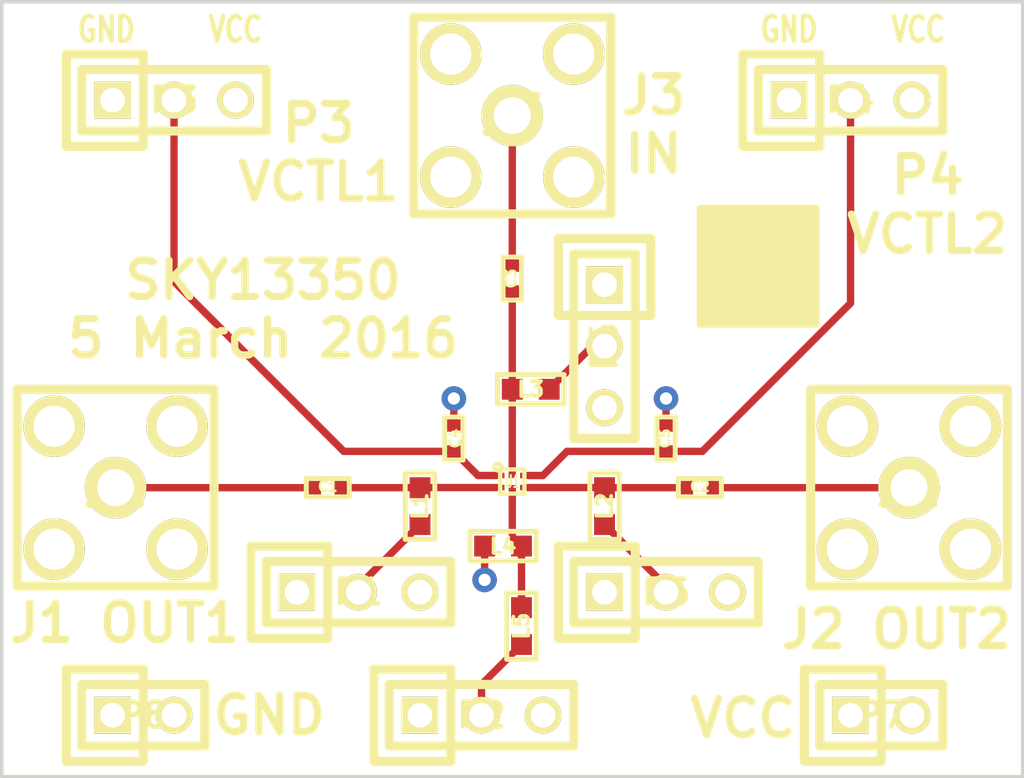
<source format=kicad_pcb>
(kicad_pcb (version 20221018) (generator pcbnew)
  (layers (0 "F.Cu" signal "C1F.Cu") (1 "In1.Cu" signal "C2.Cu") (2 "In2.Cu" signal "C3.Cu") (31 "B.Cu" signal "C4B.Cu") (34 "B.Paste" user) (35 "F.Paste" user) (36 "B.SilkS" user "B.Silkscreen") (37 "F.SilkS" user "F.Silkscreen") (38 "B.Mask" user) (39 "F.Mask" user) (44 "Edge.Cuts" user))
  (net 0 "")
  (net 1 "Net-(C1-Pad2)")
  (net 2 "Net-(C1-Pad1)")
  (net 3 "Net-(C2-Pad2)")
  (net 4 "Net-(C2-Pad1)")
  (net 5 "Net-(C3-Pad2)")
  (net 6 "Net-(C3-Pad1)")
  (net 7 "GND")
  (net 8 "VCC")
  (net 9 "Net-(C4-Pad1)")
  (net 10 "Net-(C5-Pad2)")
  (net 11 "Net-(L1-Pad1)")
  (net 12 "Net-(L5-Pad1)")
  (net 13 "Net-(L2-Pad1)")
  (net 14 "Net-(L3-Pad1)")
  (net 15 "Net-(L4-Pad2)")
  (footprint "gsg-modules:0402" (layer "F.Cu") (at 144.78 101.854 180)
    (fp_text reference "C1" (at 0 0.0508 180) (layer "F.SilkS") (effects (font (size 0.4064 0.4064) (thickness 0.1016))))
    (fp_text value "100nF" hide)
    (fp_line (start -0.889 -0.381) (end 0.889 -0.381) (stroke (width 0.2032)) (layer "F.SilkS"))
    (fp_line (start -0.889 0.381) (end -0.889 -0.381) (stroke (width 0.2032)) (layer "F.SilkS"))
    (fp_line (start 0.889 -0.381) (end 0.889 0.381) (stroke (width 0.2032)) (layer "F.SilkS"))
    (fp_line (start 0.889 0.381) (end -0.889 0.381) (stroke (width 0.2032)) (layer "F.SilkS"))
    (pad "1" smd rect (at -0.5334 0 180) (size 0.508 0.5588) (layers "F.Cu" "F.Paste" "F.Mask") (net 2 "Net-(C1-Pad1)"))
    (pad "2" smd rect (at 0.5334 0 180) (size 0.508 0.5588) (layers "F.Cu" "F.Paste" "F.Mask") (net 1 "Net-(C1-Pad2)"))
  )
  (footprint "gsg-modules:0402" (layer "F.Cu") (at 160.147 101.854 180)
    (fp_text reference "C2" (at 0 0.0508 180) (layer "F.SilkS") (effects (font (size 0.4064 0.4064) (thickness 0.1016))))
    (fp_text value "100nF" hide)
    (fp_line (start -0.889 -0.381) (end 0.889 -0.381) (stroke (width 0.2032)) (layer "F.SilkS"))
    (fp_line (start -0.889 0.381) (end -0.889 -0.381) (stroke (width 0.2032)) (layer "F.SilkS"))
    (fp_line (start 0.889 -0.381) (end 0.889 0.381) (stroke (width 0.2032)) (layer "F.SilkS"))
    (fp_line (start 0.889 0.381) (end -0.889 0.381) (stroke (width 0.2032)) (layer "F.SilkS"))
    (pad "1" smd rect (at -0.5334 0 180) (size 0.508 0.5588) (layers "F.Cu" "F.Paste" "F.Mask") (net 4 "Net-(C2-Pad1)"))
    (pad "2" smd rect (at 0.5334 0 180) (size 0.508 0.5588) (layers "F.Cu" "F.Paste" "F.Mask") (net 3 "Net-(C2-Pad2)"))
  )
  (footprint "gsg-modules:0402" (layer "F.Cu") (at 152.4 93.218 -90)
    (fp_text reference "C3" (at 0 0.0508 270) (layer "F.SilkS") (effects (font (size 0.4064 0.4064) (thickness 0.1016))))
    (fp_text value "100nF" hide)
    (fp_line (start -0.889 -0.381) (end 0.889 -0.381) (stroke (width 0.2032)) (layer "F.SilkS"))
    (fp_line (start -0.889 0.381) (end -0.889 -0.381) (stroke (width 0.2032)) (layer "F.SilkS"))
    (fp_line (start 0.889 -0.381) (end 0.889 0.381) (stroke (width 0.2032)) (layer "F.SilkS"))
    (fp_line (start 0.889 0.381) (end -0.889 0.381) (stroke (width 0.2032)) (layer "F.SilkS"))
    (pad "1" smd rect (at -0.5334 0 270) (size 0.508 0.5588) (layers "F.Cu" "F.Paste" "F.Mask") (net 6 "Net-(C3-Pad1)"))
    (pad "2" smd rect (at 0.5334 0 270) (size 0.508 0.5588) (layers "F.Cu" "F.Paste" "F.Mask") (net 5 "Net-(C3-Pad2)"))
  )
  (footprint "gsg-modules:SMA-VERTICAL" (layer "F.Cu") (at 136.017 101.854)
    (fp_text reference "J1" (at 0 0) (layer "F.SilkS") (effects (font (size 1.524 1.524) (thickness 0.3048))))
    (fp_text value "SMA" hide)
    (fp_line (start -4.064 -4.064) (end -4.064 4.064) (stroke (width 0.381)) (layer "F.SilkS"))
    (fp_line (start -4.064 4.064) (end 4.064 4.064) (stroke (width 0.381)) (layer "F.SilkS"))
    (fp_line (start 4.064 -4.064) (end -4.064 -4.064) (stroke (width 0.381)) (layer "F.SilkS"))
    (fp_line (start 4.064 4.064) (end 4.064 -4.064) (stroke (width 0.381)) (layer "F.SilkS"))
    (pad "1" thru_hole circle (at 0 0) (size 2.54 2.54) (drill 1.524) (layers "*.Cu" "*.Mask" "F.SilkS") (net 1 "Net-(C1-Pad2)"))
    (pad "2" thru_hole circle (at -2.54 -2.54) (size 2.54 2.54) (drill 1.7018) (layers "*.Cu" "*.Mask" "F.SilkS") (net 7 "GND"))
    (pad "2" thru_hole circle (at -2.54 2.54) (size 2.54 2.54) (drill 1.7018) (layers "*.Cu" "*.Mask" "F.SilkS") (net 7 "GND"))
    (pad "2" thru_hole circle (at 2.54 -2.54) (size 2.54 2.54) (drill 1.7018) (layers "*.Cu" "*.Mask" "F.SilkS") (net 7 "GND"))
    (pad "2" thru_hole circle (at 2.54 2.54) (size 2.54 2.54) (drill 1.7018) (layers "*.Cu" "*.Mask" "F.SilkS") (net 7 "GND"))
  )
  (footprint "gsg-modules:SMA-VERTICAL" (layer "F.Cu") (at 168.783 101.854)
    (fp_text reference "J2" (at 0 0) (layer "F.SilkS") (effects (font (size 1.524 1.524) (thickness 0.3048))))
    (fp_text value "SMA" hide)
    (fp_line (start -4.064 -4.064) (end -4.064 4.064) (stroke (width 0.381)) (layer "F.SilkS"))
    (fp_line (start -4.064 4.064) (end 4.064 4.064) (stroke (width 0.381)) (layer "F.SilkS"))
    (fp_line (start 4.064 -4.064) (end -4.064 -4.064) (stroke (width 0.381)) (layer "F.SilkS"))
    (fp_line (start 4.064 4.064) (end 4.064 -4.064) (stroke (width 0.381)) (layer "F.SilkS"))
    (pad "1" thru_hole circle (at 0 0) (size 2.54 2.54) (drill 1.524) (layers "*.Cu" "*.Mask" "F.SilkS") (net 4 "Net-(C2-Pad1)"))
    (pad "2" thru_hole circle (at -2.54 -2.54) (size 2.54 2.54) (drill 1.7018) (layers "*.Cu" "*.Mask" "F.SilkS") (net 7 "GND"))
    (pad "2" thru_hole circle (at -2.54 2.54) (size 2.54 2.54) (drill 1.7018) (layers "*.Cu" "*.Mask" "F.SilkS") (net 7 "GND"))
    (pad "2" thru_hole circle (at 2.54 -2.54) (size 2.54 2.54) (drill 1.7018) (layers "*.Cu" "*.Mask" "F.SilkS") (net 7 "GND"))
    (pad "2" thru_hole circle (at 2.54 2.54) (size 2.54 2.54) (drill 1.7018) (layers "*.Cu" "*.Mask" "F.SilkS") (net 7 "GND"))
  )
  (footprint "gsg-modules:SMA-VERTICAL" (layer "F.Cu") (at 152.4 86.487)
    (fp_text reference "J3" (at 0 0) (layer "F.SilkS") (effects (font (size 1.524 1.524) (thickness 0.3048))))
    (fp_text value "SMA" hide)
    (fp_line (start -4.064 -4.064) (end -4.064 4.064) (stroke (width 0.381)) (layer "F.SilkS"))
    (fp_line (start -4.064 4.064) (end 4.064 4.064) (stroke (width 0.381)) (layer "F.SilkS"))
    (fp_line (start 4.064 -4.064) (end -4.064 -4.064) (stroke (width 0.381)) (layer "F.SilkS"))
    (fp_line (start 4.064 4.064) (end 4.064 -4.064) (stroke (width 0.381)) (layer "F.SilkS"))
    (pad "1" thru_hole circle (at 0 0) (size 2.54 2.54) (drill 1.524) (layers "*.Cu" "*.Mask" "F.SilkS") (net 6 "Net-(C3-Pad1)"))
    (pad "2" thru_hole circle (at -2.54 -2.54) (size 2.54 2.54) (drill 1.7018) (layers "*.Cu" "*.Mask" "F.SilkS") (net 7 "GND"))
    (pad "2" thru_hole circle (at -2.54 2.54) (size 2.54 2.54) (drill 1.7018) (layers "*.Cu" "*.Mask" "F.SilkS") (net 7 "GND"))
    (pad "2" thru_hole circle (at 2.54 -2.54) (size 2.54 2.54) (drill 1.7018) (layers "*.Cu" "*.Mask" "F.SilkS") (net 7 "GND"))
    (pad "2" thru_hole circle (at 2.54 2.54) (size 2.54 2.54) (drill 1.7018) (layers "*.Cu" "*.Mask" "F.SilkS") (net 7 "GND"))
  )
  (footprint "gsg-modules:HEADER-1x3" (layer "F.Cu") (at 146.05 106.172)
    (fp_text reference "P1" (at 0 0) (layer "F.SilkS") (effects (font (size 1.016 1.016) (thickness 0.2032))))
    (fp_text value "CONN_01X03" hide)
    (fp_line (start -4.445 -1.905) (end -4.445 1.905) (stroke (width 0.381)) (layer "F.SilkS"))
    (fp_line (start -4.445 1.905) (end -1.27 1.905) (stroke (width 0.381)) (layer "F.SilkS"))
    (fp_line (start -3.81 -1.27) (end -3.81 1.27) (stroke (width 0.381)) (layer "F.SilkS"))
    (fp_line (start -3.81 -1.27) (end 3.81 -1.27) (stroke (width 0.381)) (layer "F.SilkS"))
    (fp_line (start -1.27 -1.905) (end -4.445 -1.905) (stroke (width 0.381)) (layer "F.SilkS"))
    (fp_line (start -1.27 1.905) (end -1.27 -1.905) (stroke (width 0.381)) (layer "F.SilkS"))
    (fp_line (start 3.81 -1.27) (end 3.81 1.27) (stroke (width 0.381)) (layer "F.SilkS"))
    (fp_line (start 3.81 1.27) (end -3.81 1.27) (stroke (width 0.381)) (layer "F.SilkS"))
    (pad "1" thru_hole rect (at -2.54 0) (size 1.524 1.524) (drill 1.016) (layers "*.Cu" "*.Mask" "F.SilkS") (net 7 "GND"))
    (pad "2" thru_hole circle (at 0 0) (size 1.524 1.524) (drill 1.016) (layers "*.Cu" "*.Mask" "F.SilkS") (net 11 "Net-(L1-Pad1)"))
    (pad "3" thru_hole circle (at 2.54 0) (size 1.524 1.524) (drill 1.016) (layers "*.Cu" "*.Mask" "F.SilkS") (net 8 "VCC"))
  )
  (footprint "gsg-modules:HEADER-1x3" (layer "F.Cu") (at 151.13 111.252)
    (fp_text reference "P2" (at 0 0) (layer "F.SilkS") (effects (font (size 1.016 1.016) (thickness 0.2032))))
    (fp_text value "CONN_01X03" hide)
    (fp_line (start -4.445 -1.905) (end -4.445 1.905) (stroke (width 0.381)) (layer "F.SilkS"))
    (fp_line (start -4.445 1.905) (end -1.27 1.905) (stroke (width 0.381)) (layer "F.SilkS"))
    (fp_line (start -3.81 -1.27) (end -3.81 1.27) (stroke (width 0.381)) (layer "F.SilkS"))
    (fp_line (start -3.81 -1.27) (end 3.81 -1.27) (stroke (width 0.381)) (layer "F.SilkS"))
    (fp_line (start -1.27 -1.905) (end -4.445 -1.905) (stroke (width 0.381)) (layer "F.SilkS"))
    (fp_line (start -1.27 1.905) (end -1.27 -1.905) (stroke (width 0.381)) (layer "F.SilkS"))
    (fp_line (start 3.81 -1.27) (end 3.81 1.27) (stroke (width 0.381)) (layer "F.SilkS"))
    (fp_line (start 3.81 1.27) (end -3.81 1.27) (stroke (width 0.381)) (layer "F.SilkS"))
    (pad "1" thru_hole rect (at -2.54 0) (size 1.524 1.524) (drill 1.016) (layers "*.Cu" "*.Mask" "F.SilkS") (net 7 "GND"))
    (pad "2" thru_hole circle (at 0 0) (size 1.524 1.524) (drill 1.016) (layers "*.Cu" "*.Mask" "F.SilkS") (net 12 "Net-(L5-Pad1)"))
    (pad "3" thru_hole circle (at 2.54 0) (size 1.524 1.524) (drill 1.016) (layers "*.Cu" "*.Mask" "F.SilkS") (net 8 "VCC"))
  )
  (footprint "gsg-modules:HEADER-1x3" (layer "F.Cu") (at 138.43 85.852)
    (fp_text reference "P3" (at 0 0) (layer "F.SilkS") (effects (font (size 1.016 1.016) (thickness 0.2032))))
    (fp_text value "CONN_01X03" hide)
    (fp_line (start -4.445 -1.905) (end -4.445 1.905) (stroke (width 0.381)) (layer "F.SilkS"))
    (fp_line (start -4.445 1.905) (end -1.27 1.905) (stroke (width 0.381)) (layer "F.SilkS"))
    (fp_line (start -3.81 -1.27) (end -3.81 1.27) (stroke (width 0.381)) (layer "F.SilkS"))
    (fp_line (start -3.81 -1.27) (end 3.81 -1.27) (stroke (width 0.381)) (layer "F.SilkS"))
    (fp_line (start -1.27 -1.905) (end -4.445 -1.905) (stroke (width 0.381)) (layer "F.SilkS"))
    (fp_line (start -1.27 1.905) (end -1.27 -1.905) (stroke (width 0.381)) (layer "F.SilkS"))
    (fp_line (start 3.81 -1.27) (end 3.81 1.27) (stroke (width 0.381)) (layer "F.SilkS"))
    (fp_line (start 3.81 1.27) (end -3.81 1.27) (stroke (width 0.381)) (layer "F.SilkS"))
    (pad "1" thru_hole rect (at -2.54 0) (size 1.524 1.524) (drill 1.016) (layers "*.Cu" "*.Mask" "F.SilkS") (net 7 "GND"))
    (pad "2" thru_hole circle (at 0 0) (size 1.524 1.524) (drill 1.016) (layers "*.Cu" "*.Mask" "F.SilkS") (net 9 "Net-(C4-Pad1)"))
    (pad "3" thru_hole circle (at 2.54 0) (size 1.524 1.524) (drill 1.016) (layers "*.Cu" "*.Mask" "F.SilkS") (net 8 "VCC"))
  )
  (footprint "gsg-modules:HEADER-1x3" (layer "F.Cu") (at 166.37 85.852)
    (fp_text reference "P4" (at 0 0) (layer "F.SilkS") (effects (font (size 1.016 1.016) (thickness 0.2032))))
    (fp_text value "CONN_01X03" hide)
    (fp_line (start -4.445 -1.905) (end -4.445 1.905) (stroke (width 0.381)) (layer "F.SilkS"))
    (fp_line (start -4.445 1.905) (end -1.27 1.905) (stroke (width 0.381)) (layer "F.SilkS"))
    (fp_line (start -3.81 -1.27) (end -3.81 1.27) (stroke (width 0.381)) (layer "F.SilkS"))
    (fp_line (start -3.81 -1.27) (end 3.81 -1.27) (stroke (width 0.381)) (layer "F.SilkS"))
    (fp_line (start -1.27 -1.905) (end -4.445 -1.905) (stroke (width 0.381)) (layer "F.SilkS"))
    (fp_line (start -1.27 1.905) (end -1.27 -1.905) (stroke (width 0.381)) (layer "F.SilkS"))
    (fp_line (start 3.81 -1.27) (end 3.81 1.27) (stroke (width 0.381)) (layer "F.SilkS"))
    (fp_line (start 3.81 1.27) (end -3.81 1.27) (stroke (width 0.381)) (layer "F.SilkS"))
    (pad "1" thru_hole rect (at -2.54 0) (size 1.524 1.524) (drill 1.016) (layers "*.Cu" "*.Mask" "F.SilkS") (net 7 "GND"))
    (pad "2" thru_hole circle (at 0 0) (size 1.524 1.524) (drill 1.016) (layers "*.Cu" "*.Mask" "F.SilkS") (net 10 "Net-(C5-Pad2)"))
    (pad "3" thru_hole circle (at 2.54 0) (size 1.524 1.524) (drill 1.016) (layers "*.Cu" "*.Mask" "F.SilkS") (net 8 "VCC"))
  )
  (footprint "gsg-modules:HEADER-1x3" (layer "F.Cu") (at 158.75 106.172)
    (fp_text reference "P5" (at 0 0) (layer "F.SilkS") (effects (font (size 1.016 1.016) (thickness 0.2032))))
    (fp_text value "CONN_01X03" hide)
    (fp_line (start -4.445 -1.905) (end -4.445 1.905) (stroke (width 0.381)) (layer "F.SilkS"))
    (fp_line (start -4.445 1.905) (end -1.27 1.905) (stroke (width 0.381)) (layer "F.SilkS"))
    (fp_line (start -3.81 -1.27) (end -3.81 1.27) (stroke (width 0.381)) (layer "F.SilkS"))
    (fp_line (start -3.81 -1.27) (end 3.81 -1.27) (stroke (width 0.381)) (layer "F.SilkS"))
    (fp_line (start -1.27 -1.905) (end -4.445 -1.905) (stroke (width 0.381)) (layer "F.SilkS"))
    (fp_line (start -1.27 1.905) (end -1.27 -1.905) (stroke (width 0.381)) (layer "F.SilkS"))
    (fp_line (start 3.81 -1.27) (end 3.81 1.27) (stroke (width 0.381)) (layer "F.SilkS"))
    (fp_line (start 3.81 1.27) (end -3.81 1.27) (stroke (width 0.381)) (layer "F.SilkS"))
    (pad "1" thru_hole rect (at -2.54 0) (size 1.524 1.524) (drill 1.016) (layers "*.Cu" "*.Mask" "F.SilkS") (net 7 "GND"))
    (pad "2" thru_hole circle (at 0 0) (size 1.524 1.524) (drill 1.016) (layers "*.Cu" "*.Mask" "F.SilkS") (net 13 "Net-(L2-Pad1)"))
    (pad "3" thru_hole circle (at 2.54 0) (size 1.524 1.524) (drill 1.016) (layers "*.Cu" "*.Mask" "F.SilkS") (net 8 "VCC"))
  )
  (footprint "gsg-modules:HEADER-1x3" (layer "F.Cu") (at 156.21 96.012 -90)
    (fp_text reference "P6" (at 0 0 270) (layer "F.SilkS") (effects (font (size 1.016 1.016) (thickness 0.2032))))
    (fp_text value "CONN_01X03" hide)
    (fp_line (start -4.445 -1.905) (end -4.445 1.905) (stroke (width 0.381)) (layer "F.SilkS"))
    (fp_line (start -4.445 1.905) (end -1.27 1.905) (stroke (width 0.381)) (layer "F.SilkS"))
    (fp_line (start -3.81 -1.27) (end -3.81 1.27) (stroke (width 0.381)) (layer "F.SilkS"))
    (fp_line (start -3.81 -1.27) (end 3.81 -1.27) (stroke (width 0.381)) (layer "F.SilkS"))
    (fp_line (start -1.27 -1.905) (end -4.445 -1.905) (stroke (width 0.381)) (layer "F.SilkS"))
    (fp_line (start -1.27 1.905) (end -1.27 -1.905) (stroke (width 0.381)) (layer "F.SilkS"))
    (fp_line (start 3.81 -1.27) (end 3.81 1.27) (stroke (width 0.381)) (layer "F.SilkS"))
    (fp_line (start 3.81 1.27) (end -3.81 1.27) (stroke (width 0.381)) (layer "F.SilkS"))
    (pad "1" thru_hole rect (at -2.54 0 270) (size 1.524 1.524) (drill 1.016) (layers "*.Cu" "*.Mask" "F.SilkS") (net 7 "GND"))
    (pad "2" thru_hole circle (at 0 0 270) (size 1.524 1.524) (drill 1.016) (layers "*.Cu" "*.Mask" "F.SilkS") (net 14 "Net-(L3-Pad1)"))
    (pad "3" thru_hole circle (at 2.54 0 270) (size 1.524 1.524) (drill 1.016) (layers "*.Cu" "*.Mask" "F.SilkS") (net 8 "VCC"))
  )
  (footprint "gsg-modules:HEADER-1x2" (layer "F.Cu") (at 167.64 111.252)
    (fp_text reference "P7" (at 0 0) (layer "F.SilkS") (effects (font (size 1.016 1.016) (thickness 0.2032))))
    (fp_text value "CONN_01X02" hide)
    (fp_line (start -3.175 -1.905) (end -3.175 1.905) (stroke (width 0.381)) (layer "F.SilkS"))
    (fp_line (start -3.175 1.905) (end 0 1.905) (stroke (width 0.381)) (layer "F.SilkS"))
    (fp_line (start -2.54 -1.27) (end -2.54 1.27) (stroke (width 0.381)) (layer "F.SilkS"))
    (fp_line (start -2.54 -1.27) (end 2.54 -1.27) (stroke (width 0.381)) (layer "F.SilkS"))
    (fp_line (start 0 -1.905) (end -3.175 -1.905) (stroke (width 0.381)) (layer "F.SilkS"))
    (fp_line (start 0 1.905) (end 0 -1.905) (stroke (width 0.381)) (layer "F.SilkS"))
    (fp_line (start 2.54 -1.27) (end 2.54 1.27) (stroke (width 0.381)) (layer "F.SilkS"))
    (fp_line (start 2.54 1.27) (end -2.54 1.27) (stroke (width 0.381)) (layer "F.SilkS"))
    (pad "1" thru_hole rect (at -1.27 0) (size 1.524 1.524) (drill 1.016) (layers "*.Cu" "*.Mask" "F.SilkS") (net 8 "VCC"))
    (pad "2" thru_hole circle (at 1.27 0) (size 1.524 1.524) (drill 1.016) (layers "*.Cu" "*.Mask" "F.SilkS") (net 8 "VCC"))
  )
  (footprint "gsg-modules:HEADER-1x2" (layer "F.Cu") (at 137.16 111.252)
    (fp_text reference "P8" (at 0 0) (layer "F.SilkS") (effects (font (size 1.016 1.016) (thickness 0.2032))))
    (fp_text value "CONN_01X02" hide)
    (fp_line (start -3.175 -1.905) (end -3.175 1.905) (stroke (width 0.381)) (layer "F.SilkS"))
    (fp_line (start -3.175 1.905) (end 0 1.905) (stroke (width 0.381)) (layer "F.SilkS"))
    (fp_line (start -2.54 -1.27) (end -2.54 1.27) (stroke (width 0.381)) (layer "F.SilkS"))
    (fp_line (start -2.54 -1.27) (end 2.54 -1.27) (stroke (width 0.381)) (layer "F.SilkS"))
    (fp_line (start 0 -1.905) (end -3.175 -1.905) (stroke (width 0.381)) (layer "F.SilkS"))
    (fp_line (start 0 1.905) (end 0 -1.905) (stroke (width 0.381)) (layer "F.SilkS"))
    (fp_line (start 2.54 -1.27) (end 2.54 1.27) (stroke (width 0.381)) (layer "F.SilkS"))
    (fp_line (start 2.54 1.27) (end -2.54 1.27) (stroke (width 0.381)) (layer "F.SilkS"))
    (pad "1" thru_hole rect (at -1.27 0) (size 1.524 1.524) (drill 1.016) (layers "*.Cu" "*.Mask" "F.SilkS") (net 7 "GND"))
    (pad "2" thru_hole circle (at 1.27 0) (size 1.524 1.524) (drill 1.016) (layers "*.Cu" "*.Mask" "F.SilkS") (net 7 "GND"))
  )
  (footprint "gsg-modules:SKY13350-385LF" (layer "F.Cu") (at 152.4 101.6)
    (fp_text reference "U1" (at 0 0) (layer "F.SilkS") (effects (font (size 0.50038 0.29972) (thickness 0.0762))))
    (fp_text value "SKY13350" hide)
    (fp_line (start -0.50038 -0.50038) (end 0.50038 -0.50038) (stroke (width 0.1778)) (layer "F.SilkS"))
    (fp_line (start -0.50038 0.50038) (end -0.50038 -0.50038) (stroke (width 0.1778)) (layer "F.SilkS"))
    (fp_line (start 0.50038 -0.50038) (end 0.50038 0.50038) (stroke (width 0.1778)) (layer "F.SilkS"))
    (fp_line (start 0.50038 0.50038) (end -0.50038 0.50038) (stroke (width 0.1778)) (layer "F.SilkS"))
    (fp_circle (center -0.59944 -0.59944) (end -0.50038 -0.50038) (stroke (width 0.1778)) (fill none) (layer "F.SilkS"))
    (pad "1" smd rect (at -0.6435 -0.24892) (size 0.645 0.23) (layers "F.Cu" "F.Paste" "F.Mask") (net 9 "Net-(C4-Pad1)"))
    (pad "2" smd rect (at -0.6435 0.24892) (size 0.645 0.23) (layers "F.Cu" "F.Paste" "F.Mask") (net 2 "Net-(C1-Pad1)"))
    (pad "3" smd rect (at 0 0.552) (size 0.3 0.813) (layers "F.Cu" "F.Paste" "F.Mask") (net 15 "Net-(L4-Pad2)"))
    (pad "4" smd rect (at 0.6435 0.24892) (size 0.645 0.23) (layers "F.Cu" "F.Paste" "F.Mask") (net 3 "Net-(C2-Pad2)"))
    (pad "5" smd rect (at 0.6435 -0.24892) (size 0.645 0.23) (layers "F.Cu" "F.Paste" "F.Mask") (net 10 "Net-(C5-Pad2)"))
    (pad "6" smd rect (at 0 -0.552) (size 0.3 0.813) (layers "F.Cu" "F.Paste" "F.Mask") (net 5 "Net-(C3-Pad2)"))
  )
  (footprint "gsg-modules:0402" (layer "F.Cu") (at 149.987 99.822 90)
    (fp_text reference "C4" (at 0 0.0508 90) (layer "F.SilkS") (effects (font (size 0.4064 0.4064) (thickness 0.1016))))
    (fp_text value "33pF" hide)
    (fp_line (start -0.889 -0.381) (end 0.889 -0.381) (stroke (width 0.2032)) (layer "F.SilkS"))
    (fp_line (start -0.889 0.381) (end -0.889 -0.381) (stroke (width 0.2032)) (layer "F.SilkS"))
    (fp_line (start 0.889 -0.381) (end 0.889 0.381) (stroke (width 0.2032)) (layer "F.SilkS"))
    (fp_line (start 0.889 0.381) (end -0.889 0.381) (stroke (width 0.2032)) (layer "F.SilkS"))
    (pad "1" smd rect (at -0.5334 0 90) (size 0.508 0.5588) (layers "F.Cu" "F.Paste" "F.Mask") (net 9 "Net-(C4-Pad1)"))
    (pad "2" smd rect (at 0.5334 0 90) (size 0.508 0.5588) (layers "F.Cu" "F.Paste" "F.Mask") (net 7 "GND"))
  )
  (footprint "gsg-modules:0402" (layer "F.Cu") (at 158.75 99.822 -90)
    (fp_text reference "C5" (at 0 0.0508 270) (layer "F.SilkS") (effects (font (size 0.4064 0.4064) (thickness 0.1016))))
    (fp_text value "33pF" hide)
    (fp_line (start -0.889 -0.381) (end 0.889 -0.381) (stroke (width 0.2032)) (layer "F.SilkS"))
    (fp_line (start -0.889 0.381) (end -0.889 -0.381) (stroke (width 0.2032)) (layer "F.SilkS"))
    (fp_line (start 0.889 -0.381) (end 0.889 0.381) (stroke (width 0.2032)) (layer "F.SilkS"))
    (fp_line (start 0.889 0.381) (end -0.889 0.381) (stroke (width 0.2032)) (layer "F.SilkS"))
    (pad "1" smd rect (at -0.5334 0 270) (size 0.508 0.5588) (layers "F.Cu" "F.Paste" "F.Mask") (net 7 "GND"))
    (pad "2" smd rect (at 0.5334 0 270) (size 0.508 0.5588) (layers "F.Cu" "F.Paste" "F.Mask") (net 10 "Net-(C5-Pad2)"))
  )
  (footprint "gsg-modules:0603" (layer "F.Cu") (at 148.59 102.616 90)
    (fp_text reference "L1" (at 0 0 90) (layer "F.SilkS") (effects (font (size 0.6096 0.6096) (thickness 0.1524))))
    (fp_text value "15uH" hide)
    (fp_line (start -1.3716 -0.6096) (end -1.3716 0.6096) (stroke (width 0.2032)) (layer "F.SilkS"))
    (fp_line (start -1.3716 0.6096) (end 1.3716 0.6096) (stroke (width 0.2032)) (layer "F.SilkS"))
    (fp_line (start 1.3716 -0.6096) (end -1.3716 -0.6096) (stroke (width 0.2032)) (layer "F.SilkS"))
    (fp_line (start 1.3716 0.6096) (end 1.3716 -0.6096) (stroke (width 0.2032)) (layer "F.SilkS"))
    (pad "1" smd rect (at -0.762 0 90) (size 0.8636 0.8636) (layers "F.Cu" "F.Paste" "F.Mask") (net 11 "Net-(L1-Pad1)") (clearance 0.1778))
    (pad "2" smd rect (at 0.762 0 90) (size 0.8636 0.8636) (layers "F.Cu" "F.Paste" "F.Mask") (net 2 "Net-(C1-Pad1)") (clearance 0.1778))
  )
  (footprint "gsg-modules:0603" (layer "F.Cu") (at 156.21 102.616 90)
    (fp_text reference "L2" (at 0 0 90) (layer "F.SilkS") (effects (font (size 0.6096 0.6096) (thickness 0.1524))))
    (fp_text value "15uH" hide)
    (fp_line (start -1.3716 -0.6096) (end -1.3716 0.6096) (stroke (width 0.2032)) (layer "F.SilkS"))
    (fp_line (start -1.3716 0.6096) (end 1.3716 0.6096) (stroke (width 0.2032)) (layer "F.SilkS"))
    (fp_line (start 1.3716 -0.6096) (end -1.3716 -0.6096) (stroke (width 0.2032)) (layer "F.SilkS"))
    (fp_line (start 1.3716 0.6096) (end 1.3716 -0.6096) (stroke (width 0.2032)) (layer "F.SilkS"))
    (pad "1" smd rect (at -0.762 0 90) (size 0.8636 0.8636) (layers "F.Cu" "F.Paste" "F.Mask") (net 13 "Net-(L2-Pad1)") (clearance 0.1778))
    (pad "2" smd rect (at 0.762 0 90) (size 0.8636 0.8636) (layers "F.Cu" "F.Paste" "F.Mask") (net 3 "Net-(C2-Pad2)") (clearance 0.1778))
  )
  (footprint "gsg-modules:0603" (layer "F.Cu") (at 153.162 97.79 180)
    (fp_text reference "L3" (at 0 0 180) (layer "F.SilkS") (effects (font (size 0.6096 0.6096) (thickness 0.1524))))
    (fp_text value "15uH" hide)
    (fp_line (start -1.3716 -0.6096) (end -1.3716 0.6096) (stroke (width 0.2032)) (layer "F.SilkS"))
    (fp_line (start -1.3716 0.6096) (end 1.3716 0.6096) (stroke (width 0.2032)) (layer "F.SilkS"))
    (fp_line (start 1.3716 -0.6096) (end -1.3716 -0.6096) (stroke (width 0.2032)) (layer "F.SilkS"))
    (fp_line (start 1.3716 0.6096) (end 1.3716 -0.6096) (stroke (width 0.2032)) (layer "F.SilkS"))
    (pad "1" smd rect (at -0.762 0 180) (size 0.8636 0.8636) (layers "F.Cu" "F.Paste" "F.Mask") (net 14 "Net-(L3-Pad1)") (clearance 0.1778))
    (pad "2" smd rect (at 0.762 0 180) (size 0.8636 0.8636) (layers "F.Cu" "F.Paste" "F.Mask") (net 5 "Net-(C3-Pad2)") (clearance 0.1778))
  )
  (footprint "gsg-modules:0603" (layer "F.Cu") (at 152.019 104.267)
    (fp_text reference "L4" (at 0 0) (layer "F.SilkS") (effects (font (size 0.6096 0.6096) (thickness 0.1524))))
    (fp_text value "15uH" hide)
    (fp_line (start -1.3716 -0.6096) (end -1.3716 0.6096) (stroke (width 0.2032)) (layer "F.SilkS"))
    (fp_line (start -1.3716 0.6096) (end 1.3716 0.6096) (stroke (width 0.2032)) (layer "F.SilkS"))
    (fp_line (start 1.3716 -0.6096) (end -1.3716 -0.6096) (stroke (width 0.2032)) (layer "F.SilkS"))
    (fp_line (start 1.3716 0.6096) (end 1.3716 -0.6096) (stroke (width 0.2032)) (layer "F.SilkS"))
    (pad "1" smd rect (at -0.762 0) (size 0.8636 0.8636) (layers "F.Cu" "F.Paste" "F.Mask") (net 7 "GND") (clearance 0.1778))
    (pad "2" smd rect (at 0.762 0) (size 0.8636 0.8636) (layers "F.Cu" "F.Paste" "F.Mask") (net 15 "Net-(L4-Pad2)") (clearance 0.1778))
  )
  (footprint "gsg-modules:0603" (layer "F.Cu") (at 152.781 107.569 90)
    (fp_text reference "L5" (at 0 0 90) (layer "F.SilkS") (effects (font (size 0.6096 0.6096) (thickness 0.1524))))
    (fp_text value "15uH" hide)
    (fp_line (start -1.3716 -0.6096) (end -1.3716 0.6096) (stroke (width 0.2032)) (layer "F.SilkS"))
    (fp_line (start -1.3716 0.6096) (end 1.3716 0.6096) (stroke (width 0.2032)) (layer "F.SilkS"))
    (fp_line (start 1.3716 -0.6096) (end -1.3716 -0.6096) (stroke (width 0.2032)) (layer "F.SilkS"))
    (fp_line (start 1.3716 0.6096) (end 1.3716 -0.6096) (stroke (width 0.2032)) (layer "F.SilkS"))
    (pad "1" smd rect (at -0.762 0 90) (size 0.8636 0.8636) (layers "F.Cu" "F.Paste" "F.Mask") (net 12 "Net-(L5-Pad1)") (clearance 0.1778))
    (pad "2" smd rect (at 0.762 0 90) (size 0.8636 0.8636) (layers "F.Cu" "F.Paste" "F.Mask") (net 15 "Net-(L4-Pad2)") (clearance 0.1778))
  )
  (gr_line (start 131.318 113.792) (end 131.318 81.788) (stroke (width 0.15)) (layer "Edge.Cuts"))
  (gr_line (start 173.482 113.792) (end 131.318 113.792) (stroke (width 0.15)) (layer "Edge.Cuts"))
  (gr_line (start 173.482 81.788) (end 173.482 113.792) (stroke (width 0.15)) (layer "Edge.Cuts"))
  (gr_line (start 131.318 81.788) (end 173.482 81.788) (stroke (width 0.15)) (layer "Edge.Cuts"))
  (gr_text "VCC" (at 169.164 82.931) (layer "F.SilkS") (effects (font (size 1.016 0.762) (thickness 0.1905))))
  (gr_text "GND" (at 163.83 82.931) (layer "F.SilkS") (effects (font (size 1.016 0.762) (thickness 0.1905))))
  (gr_text "P3\nVCTL1" (at 144.399 88.011) (layer "F.SilkS") (effects (font (size 1.5 1.5) (thickness 0.3))))
  (gr_text "J3\nIN" (at 158.242 86.868) (layer "F.SilkS") (effects (font (size 1.5 1.5) (thickness 0.3))))
  (gr_text "P4\nVCTL2" (at 169.545 90.17) (layer "F.SilkS") (effects (font (size 1.5 1.5) (thickness 0.3))))
  (gr_text "VCC" (at 161.925 111.379) (layer "F.SilkS") (effects (font (size 1.5 1.5) (thickness 0.3))))
  (gr_text "J2 OUT2" (at 168.275 107.696) (layer "F.SilkS") (effects (font (size 1.5 1.5) (thickness 0.3))))
  (gr_text "GND" (at 135.636 82.931) (layer "F.SilkS") (effects (font (size 1.016 0.762) (thickness 0.1905))))
  (gr_text "SKY13350\n5 March 2016" (at 142.113 94.488) (layer "F.SilkS") (effects (font (size 1.5 1.5) (thickness 0.3))))
  (gr_text "VCC" (at 140.97 82.931) (layer "F.SilkS") (effects (font (size 1.016 0.762) (thickness 0.1905))))
  (gr_text "GND" (at 142.367 111.252) (layer "F.SilkS") (effects (font (size 1.5 1.5) (thickness 0.3))))
  (gr_text "J1 OUT1" (at 136.398 107.442) (layer "F.SilkS") (effects (font (size 1.5 1.5) (thickness 0.3))))
  (segment (start 144.2466 101.854) (end 136.017 101.854) (width 0.3048) (layer "F.Cu") (net 1))
  (segment (start 151.7565 101.84892) (end 148.59508 101.84892) (width 0.3048) (layer "F.Cu") (net 2))
  (segment (start 148.59 101.854) (end 145.3134 101.854) (width 0.3048) (layer "F.Cu") (net 2))
  (segment (start 153.0435 101.84892) (end 156.20492 101.84892) (width 0.3048) (layer "F.Cu") (net 3))
  (segment (start 159.6136 101.854) (end 156.21 101.854) (width 0.3048) (layer "F.Cu") (net 3))
  (segment (start 160.6804 101.854) (end 168.783 101.854) (width 0.3048) (layer "F.Cu") (net 4))
  (segment (start 152.4 97.79) (end 152.4 93.7514) (width 0.3048) (layer "F.Cu") (net 5))
  (segment (start 152.4 101.048) (end 152.4 97.79) (width 0.3048) (layer "F.Cu") (net 5))
  (segment (start 152.4 92.6846) (end 152.4 86.487) (width 0.3048) (layer "F.Cu") (net 6))
  (segment (start 149.987 99.2886) (end 149.987 98.171) (width 0.3048) (layer "F.Cu") (net 7))
  (segment (start 158.75 99.2886) (end 158.75 98.171) (width 0.3048) (layer "F.Cu") (net 7))
  (segment (start 151.257 104.267) (end 151.257 105.664) (width 0.3048) (layer "F.Cu") (net 7))
  (via (at 158.75 98.171) (size 1.016) (drill 0.508) (layers "F.Cu" "B.Cu") (net 7))
  (via (at 151.257 105.664) (size 1.016) (drill 0.508) (layers "F.Cu" "B.Cu") (net 7))
  (via (at 149.987 98.171) (size 1.016) (drill 0.508) (layers "F.Cu" "B.Cu") (net 7))
  (segment (start 150.98268 101.35108) (end 149.987 100.3554) (width 0.3048) (layer "F.Cu") (net 9))
  (segment (start 145.4404 100.3554) (end 138.43 93.345) (width 0.3048) (layer "F.Cu") (net 9))
  (segment (start 138.43 93.345) (end 138.43 85.852) (width 0.3048) (layer "F.Cu") (net 9))
  (segment (start 151.7565 101.35108) (end 150.98268 101.35108) (width 0.3048) (layer "F.Cu") (net 9))
  (segment (start 149.987 100.3554) (end 145.4404 100.3554) (width 0.3048) (layer "F.Cu") (net 9))
  (segment (start 153.66492 101.35108) (end 154.6606 100.3554) (width 0.3048) (layer "F.Cu") (net 10))
  (segment (start 154.6606 100.3554) (end 158.75 100.3554) (width 0.3048) (layer "F.Cu") (net 10))
  (segment (start 160.2486 100.3554) (end 166.37 94.234) (width 0.3048) (layer "F.Cu") (net 10))
  (segment (start 166.37 94.234) (end 166.37 85.852) (width 0.3048) (layer "F.Cu") (net 10))
  (segment (start 158.75 100.3554) (end 160.2486 100.3554) (width 0.3048) (layer "F.Cu") (net 10))
  (segment (start 153.0435 101.35108) (end 153.66492 101.35108) (width 0.3048) (layer "F.Cu") (net 10))
  (segment (start 146.05 105.918) (end 148.59 103.378) (width 0.3048) (layer "F.Cu") (net 11))
  (segment (start 146.05 106.172) (end 146.05 105.918) (width 0.3048) (layer "F.Cu") (net 11))
  (segment (start 151.13 109.982) (end 152.781 108.331) (width 0.3048) (layer "F.Cu") (net 12))
  (segment (start 151.13 111.252) (end 151.13 109.982) (width 0.3048) (layer "F.Cu") (net 12))
  (segment (start 158.75 105.918) (end 156.21 103.378) (width 0.3048) (layer "F.Cu") (net 13))
  (segment (start 158.75 106.172) (end 158.75 105.918) (width 0.3048) (layer "F.Cu") (net 13))
  (segment (start 155.702 96.012) (end 153.924 97.79) (width 0.3048) (layer "F.Cu") (net 14))
  (segment (start 156.21 96.012) (end 155.702 96.012) (width 0.3048) (layer "F.Cu") (net 14))
  (segment (start 152.4 103.886) (end 152.781 104.267) (width 0.3048) (layer "F.Cu") (net 15))
  (segment (start 152.781 104.267) (end 152.781 106.807) (width 0.3048) (layer "F.Cu") (net 15))
  (segment (start 152.4 102.152) (end 152.4 103.886) (width 0.3048) (layer "F.Cu") (net 15))
  (zone (net 0) (net_name "") (layer "F.SilkS") (connect_pads (clearance 0.3048)) (min_thickness 0.254) (fill yes (thermal_gap 0.508) (thermal_bridge_width 0.508))
    (polygon (pts (xy 160.02 90.17) (xy 165.1 90.17) (xy 165.1 95.25) (xy 160.02 95.25)))
  )
)
</source>
